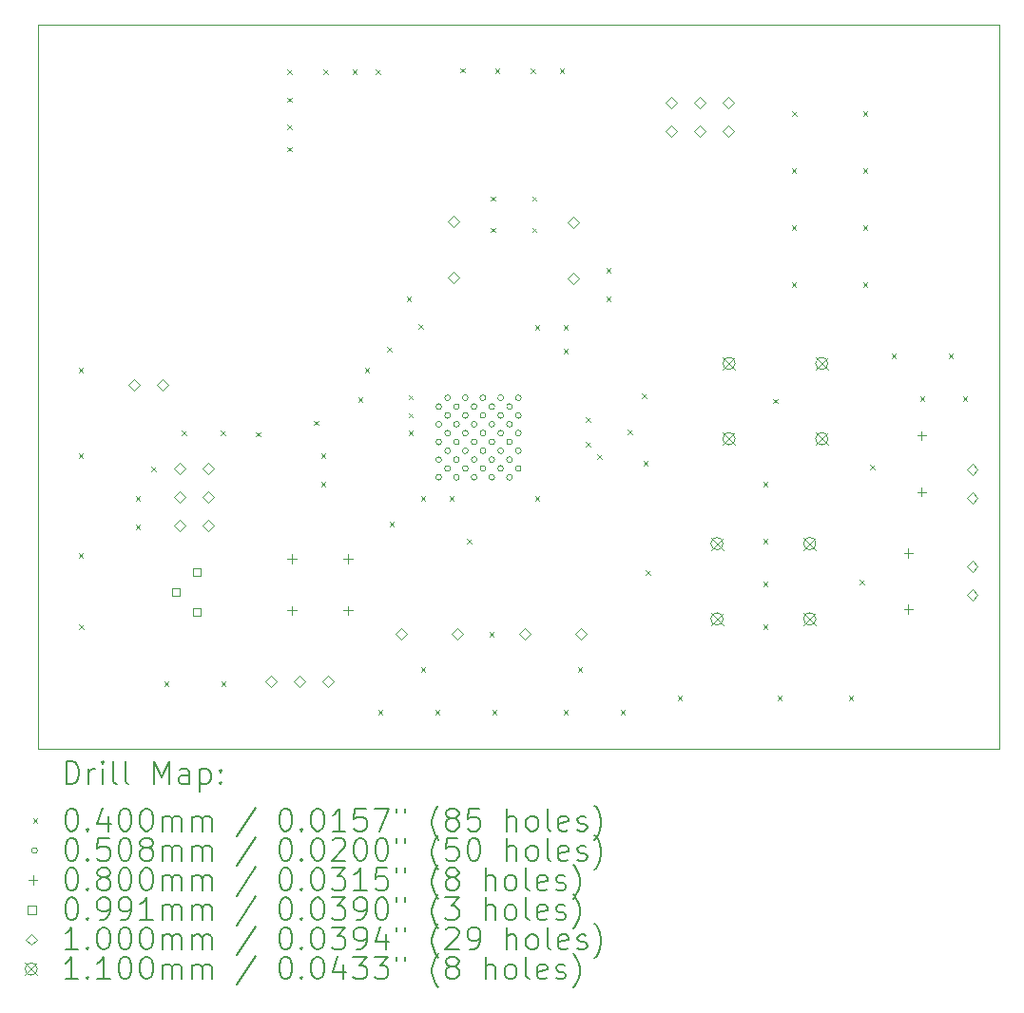
<source format=gbr>
%FSLAX45Y45*%
G04 Gerber Fmt 4.5, Leading zero omitted, Abs format (unit mm)*
G04 Created by KiCad (PCBNEW (6.0.1)) date 2022-04-24 16:27:48*
%MOMM*%
%LPD*%
G01*
G04 APERTURE LIST*
%TA.AperFunction,Profile*%
%ADD10C,0.100000*%
%TD*%
%ADD11C,0.200000*%
%ADD12C,0.040000*%
%ADD13C,0.050800*%
%ADD14C,0.080000*%
%ADD15C,0.099060*%
%ADD16C,0.100000*%
%ADD17C,0.110000*%
G04 APERTURE END LIST*
D10*
X9650000Y-6700000D02*
X18210000Y-6700000D01*
X18210000Y-6700000D02*
X18210000Y-13150000D01*
X18210000Y-13150000D02*
X9650000Y-13150000D01*
X9650000Y-13150000D02*
X9650000Y-6700000D01*
D11*
D12*
X10013000Y-9759000D02*
X10053000Y-9799000D01*
X10053000Y-9759000D02*
X10013000Y-9799000D01*
X10013000Y-10521000D02*
X10053000Y-10561000D01*
X10053000Y-10521000D02*
X10013000Y-10561000D01*
X10013000Y-11410000D02*
X10053000Y-11450000D01*
X10053000Y-11410000D02*
X10013000Y-11450000D01*
X10016000Y-12046000D02*
X10056000Y-12086000D01*
X10056000Y-12046000D02*
X10016000Y-12086000D01*
X10521000Y-10902000D02*
X10561000Y-10942000D01*
X10561000Y-10902000D02*
X10521000Y-10942000D01*
X10521000Y-11156000D02*
X10561000Y-11196000D01*
X10561000Y-11156000D02*
X10521000Y-11196000D01*
X10660000Y-10640000D02*
X10700000Y-10680000D01*
X10700000Y-10640000D02*
X10660000Y-10680000D01*
X10775000Y-12553000D02*
X10815000Y-12593000D01*
X10815000Y-12553000D02*
X10775000Y-12593000D01*
X10930000Y-10320000D02*
X10970000Y-10360000D01*
X10970000Y-10320000D02*
X10930000Y-10360000D01*
X11280000Y-10320000D02*
X11320000Y-10360000D01*
X11320000Y-10320000D02*
X11280000Y-10360000D01*
X11283000Y-12553000D02*
X11323000Y-12593000D01*
X11323000Y-12553000D02*
X11283000Y-12593000D01*
X11590000Y-10330000D02*
X11630000Y-10370000D01*
X11630000Y-10330000D02*
X11590000Y-10370000D01*
X11870000Y-7100000D02*
X11910000Y-7140000D01*
X11910000Y-7100000D02*
X11870000Y-7140000D01*
X11870000Y-7350000D02*
X11910000Y-7390000D01*
X11910000Y-7350000D02*
X11870000Y-7390000D01*
X11870000Y-7590000D02*
X11910000Y-7630000D01*
X11910000Y-7590000D02*
X11870000Y-7630000D01*
X11870000Y-7790000D02*
X11910000Y-7830000D01*
X11910000Y-7790000D02*
X11870000Y-7830000D01*
X12110000Y-10230000D02*
X12150000Y-10270000D01*
X12150000Y-10230000D02*
X12110000Y-10270000D01*
X12172000Y-10521000D02*
X12212000Y-10561000D01*
X12212000Y-10521000D02*
X12172000Y-10561000D01*
X12172000Y-10775000D02*
X12212000Y-10815000D01*
X12212000Y-10775000D02*
X12172000Y-10815000D01*
X12190000Y-7100000D02*
X12230000Y-7140000D01*
X12230000Y-7100000D02*
X12190000Y-7140000D01*
X12450000Y-7100000D02*
X12490000Y-7140000D01*
X12490000Y-7100000D02*
X12450000Y-7140000D01*
X12500000Y-10020000D02*
X12540000Y-10060000D01*
X12540000Y-10020000D02*
X12500000Y-10060000D01*
X12560000Y-9760000D02*
X12600000Y-9800000D01*
X12600000Y-9760000D02*
X12560000Y-9800000D01*
X12660000Y-7100000D02*
X12700000Y-7140000D01*
X12700000Y-7100000D02*
X12660000Y-7140000D01*
X12680000Y-12807000D02*
X12720000Y-12847000D01*
X12720000Y-12807000D02*
X12680000Y-12847000D01*
X12760000Y-9570000D02*
X12800000Y-9610000D01*
X12800000Y-9570000D02*
X12760000Y-9610000D01*
X12780000Y-11130000D02*
X12820000Y-11170000D01*
X12820000Y-11130000D02*
X12780000Y-11170000D01*
X12934000Y-9124000D02*
X12974000Y-9164000D01*
X12974000Y-9124000D02*
X12934000Y-9164000D01*
X12950000Y-10000000D02*
X12990000Y-10040000D01*
X12990000Y-10000000D02*
X12950000Y-10040000D01*
X12950000Y-10160000D02*
X12990000Y-10200000D01*
X12990000Y-10160000D02*
X12950000Y-10200000D01*
X12950000Y-10320000D02*
X12990000Y-10360000D01*
X12990000Y-10320000D02*
X12950000Y-10360000D01*
X13040000Y-9370000D02*
X13080000Y-9410000D01*
X13080000Y-9370000D02*
X13040000Y-9410000D01*
X13061000Y-10902000D02*
X13101000Y-10942000D01*
X13101000Y-10902000D02*
X13061000Y-10942000D01*
X13061000Y-12426000D02*
X13101000Y-12466000D01*
X13101000Y-12426000D02*
X13061000Y-12466000D01*
X13188000Y-12807000D02*
X13228000Y-12847000D01*
X13228000Y-12807000D02*
X13188000Y-12847000D01*
X13315000Y-10902000D02*
X13355000Y-10942000D01*
X13355000Y-10902000D02*
X13315000Y-10942000D01*
X13409000Y-7088000D02*
X13449000Y-7128000D01*
X13449000Y-7088000D02*
X13409000Y-7128000D01*
X13470000Y-11280000D02*
X13510000Y-11320000D01*
X13510000Y-11280000D02*
X13470000Y-11320000D01*
X13670000Y-12110000D02*
X13710000Y-12150000D01*
X13710000Y-12110000D02*
X13670000Y-12150000D01*
X13680000Y-8230000D02*
X13720000Y-8270000D01*
X13720000Y-8230000D02*
X13680000Y-8270000D01*
X13680000Y-8510000D02*
X13720000Y-8550000D01*
X13720000Y-8510000D02*
X13680000Y-8550000D01*
X13696000Y-12807000D02*
X13736000Y-12847000D01*
X13736000Y-12807000D02*
X13696000Y-12847000D01*
X13721000Y-7092000D02*
X13761000Y-7132000D01*
X13761000Y-7092000D02*
X13721000Y-7132000D01*
X14040000Y-7092000D02*
X14080000Y-7132000D01*
X14080000Y-7092000D02*
X14040000Y-7132000D01*
X14050000Y-8230000D02*
X14090000Y-8270000D01*
X14090000Y-8230000D02*
X14050000Y-8270000D01*
X14050000Y-8510000D02*
X14090000Y-8550000D01*
X14090000Y-8510000D02*
X14050000Y-8550000D01*
X14077000Y-9378000D02*
X14117000Y-9418000D01*
X14117000Y-9378000D02*
X14077000Y-9418000D01*
X14077000Y-10902000D02*
X14117000Y-10942000D01*
X14117000Y-10902000D02*
X14077000Y-10942000D01*
X14297000Y-7092000D02*
X14337000Y-7132000D01*
X14337000Y-7092000D02*
X14297000Y-7132000D01*
X14330000Y-9590000D02*
X14370000Y-9630000D01*
X14370000Y-9590000D02*
X14330000Y-9630000D01*
X14331000Y-9378000D02*
X14371000Y-9418000D01*
X14371000Y-9378000D02*
X14331000Y-9418000D01*
X14331000Y-12807000D02*
X14371000Y-12847000D01*
X14371000Y-12807000D02*
X14331000Y-12847000D01*
X14458000Y-12426000D02*
X14498000Y-12466000D01*
X14498000Y-12426000D02*
X14458000Y-12466000D01*
X14530000Y-10200000D02*
X14570000Y-10240000D01*
X14570000Y-10200000D02*
X14530000Y-10240000D01*
X14530000Y-10420000D02*
X14570000Y-10460000D01*
X14570000Y-10420000D02*
X14530000Y-10460000D01*
X14630000Y-10530000D02*
X14670000Y-10570000D01*
X14670000Y-10530000D02*
X14630000Y-10570000D01*
X14712000Y-8870000D02*
X14752000Y-8910000D01*
X14752000Y-8870000D02*
X14712000Y-8910000D01*
X14712000Y-9124000D02*
X14752000Y-9164000D01*
X14752000Y-9124000D02*
X14712000Y-9164000D01*
X14839000Y-12807000D02*
X14879000Y-12847000D01*
X14879000Y-12807000D02*
X14839000Y-12847000D01*
X14900000Y-10310000D02*
X14940000Y-10350000D01*
X14940000Y-10310000D02*
X14900000Y-10350000D01*
X15030000Y-9990000D02*
X15070000Y-10030000D01*
X15070000Y-9990000D02*
X15030000Y-10030000D01*
X15040000Y-10590000D02*
X15080000Y-10630000D01*
X15080000Y-10590000D02*
X15040000Y-10630000D01*
X15060000Y-11560000D02*
X15100000Y-11600000D01*
X15100000Y-11560000D02*
X15060000Y-11600000D01*
X15347000Y-12680000D02*
X15387000Y-12720000D01*
X15387000Y-12680000D02*
X15347000Y-12720000D01*
X16109000Y-10775000D02*
X16149000Y-10815000D01*
X16149000Y-10775000D02*
X16109000Y-10815000D01*
X16109000Y-11283000D02*
X16149000Y-11323000D01*
X16149000Y-11283000D02*
X16109000Y-11323000D01*
X16109000Y-11664000D02*
X16149000Y-11704000D01*
X16149000Y-11664000D02*
X16109000Y-11704000D01*
X16109000Y-12045000D02*
X16149000Y-12085000D01*
X16149000Y-12045000D02*
X16109000Y-12085000D01*
X16197000Y-10034500D02*
X16237000Y-10074500D01*
X16237000Y-10034500D02*
X16197000Y-10074500D01*
X16236000Y-12680000D02*
X16276000Y-12720000D01*
X16276000Y-12680000D02*
X16236000Y-12720000D01*
X16363000Y-7981000D02*
X16403000Y-8021000D01*
X16403000Y-7981000D02*
X16363000Y-8021000D01*
X16363000Y-8489000D02*
X16403000Y-8529000D01*
X16403000Y-8489000D02*
X16363000Y-8529000D01*
X16363000Y-8997000D02*
X16403000Y-9037000D01*
X16403000Y-8997000D02*
X16363000Y-9037000D01*
X16366000Y-7475000D02*
X16406000Y-7515000D01*
X16406000Y-7475000D02*
X16366000Y-7515000D01*
X16871000Y-12680000D02*
X16911000Y-12720000D01*
X16911000Y-12680000D02*
X16871000Y-12720000D01*
X16970000Y-11650000D02*
X17010000Y-11690000D01*
X17010000Y-11650000D02*
X16970000Y-11690000D01*
X16998000Y-7473000D02*
X17038000Y-7513000D01*
X17038000Y-7473000D02*
X16998000Y-7513000D01*
X16998000Y-7981000D02*
X17038000Y-8021000D01*
X17038000Y-7981000D02*
X16998000Y-8021000D01*
X16998000Y-8489000D02*
X17038000Y-8529000D01*
X17038000Y-8489000D02*
X16998000Y-8529000D01*
X16998000Y-8997000D02*
X17038000Y-9037000D01*
X17038000Y-8997000D02*
X16998000Y-9037000D01*
X17059500Y-10623000D02*
X17099500Y-10663000D01*
X17099500Y-10623000D02*
X17059500Y-10663000D01*
X17252000Y-9632000D02*
X17292000Y-9672000D01*
X17292000Y-9632000D02*
X17252000Y-9672000D01*
X17506000Y-10013000D02*
X17546000Y-10053000D01*
X17546000Y-10013000D02*
X17506000Y-10053000D01*
X17760000Y-9632000D02*
X17800000Y-9672000D01*
X17800000Y-9632000D02*
X17760000Y-9672000D01*
X17887000Y-10013000D02*
X17927000Y-10053000D01*
X17927000Y-10013000D02*
X17887000Y-10053000D01*
D13*
X13244770Y-10103620D02*
G75*
G03*
X13244770Y-10103620I-25400J0D01*
G01*
X13244770Y-10261100D02*
G75*
G03*
X13244770Y-10261100I-25400J0D01*
G01*
X13244770Y-10418580D02*
G75*
G03*
X13244770Y-10418580I-25400J0D01*
G01*
X13244770Y-10576060D02*
G75*
G03*
X13244770Y-10576060I-25400J0D01*
G01*
X13244770Y-10733540D02*
G75*
G03*
X13244770Y-10733540I-25400J0D01*
G01*
X13323510Y-10024880D02*
G75*
G03*
X13323510Y-10024880I-25400J0D01*
G01*
X13323510Y-10182360D02*
G75*
G03*
X13323510Y-10182360I-25400J0D01*
G01*
X13323510Y-10339840D02*
G75*
G03*
X13323510Y-10339840I-25400J0D01*
G01*
X13323510Y-10497320D02*
G75*
G03*
X13323510Y-10497320I-25400J0D01*
G01*
X13323510Y-10654800D02*
G75*
G03*
X13323510Y-10654800I-25400J0D01*
G01*
X13402250Y-10103620D02*
G75*
G03*
X13402250Y-10103620I-25400J0D01*
G01*
X13402250Y-10261100D02*
G75*
G03*
X13402250Y-10261100I-25400J0D01*
G01*
X13402250Y-10418580D02*
G75*
G03*
X13402250Y-10418580I-25400J0D01*
G01*
X13402250Y-10576060D02*
G75*
G03*
X13402250Y-10576060I-25400J0D01*
G01*
X13402250Y-10733540D02*
G75*
G03*
X13402250Y-10733540I-25400J0D01*
G01*
X13480990Y-10024880D02*
G75*
G03*
X13480990Y-10024880I-25400J0D01*
G01*
X13480990Y-10182360D02*
G75*
G03*
X13480990Y-10182360I-25400J0D01*
G01*
X13480990Y-10339840D02*
G75*
G03*
X13480990Y-10339840I-25400J0D01*
G01*
X13480990Y-10497320D02*
G75*
G03*
X13480990Y-10497320I-25400J0D01*
G01*
X13480990Y-10654800D02*
G75*
G03*
X13480990Y-10654800I-25400J0D01*
G01*
X13559730Y-10103620D02*
G75*
G03*
X13559730Y-10103620I-25400J0D01*
G01*
X13559730Y-10261100D02*
G75*
G03*
X13559730Y-10261100I-25400J0D01*
G01*
X13559730Y-10418580D02*
G75*
G03*
X13559730Y-10418580I-25400J0D01*
G01*
X13559730Y-10576060D02*
G75*
G03*
X13559730Y-10576060I-25400J0D01*
G01*
X13559730Y-10733540D02*
G75*
G03*
X13559730Y-10733540I-25400J0D01*
G01*
X13638470Y-10024880D02*
G75*
G03*
X13638470Y-10024880I-25400J0D01*
G01*
X13638470Y-10182360D02*
G75*
G03*
X13638470Y-10182360I-25400J0D01*
G01*
X13638470Y-10339840D02*
G75*
G03*
X13638470Y-10339840I-25400J0D01*
G01*
X13638470Y-10497320D02*
G75*
G03*
X13638470Y-10497320I-25400J0D01*
G01*
X13638470Y-10654800D02*
G75*
G03*
X13638470Y-10654800I-25400J0D01*
G01*
X13717210Y-10103620D02*
G75*
G03*
X13717210Y-10103620I-25400J0D01*
G01*
X13717210Y-10261100D02*
G75*
G03*
X13717210Y-10261100I-25400J0D01*
G01*
X13717210Y-10418580D02*
G75*
G03*
X13717210Y-10418580I-25400J0D01*
G01*
X13717210Y-10576060D02*
G75*
G03*
X13717210Y-10576060I-25400J0D01*
G01*
X13717210Y-10733540D02*
G75*
G03*
X13717210Y-10733540I-25400J0D01*
G01*
X13795950Y-10024880D02*
G75*
G03*
X13795950Y-10024880I-25400J0D01*
G01*
X13795950Y-10182360D02*
G75*
G03*
X13795950Y-10182360I-25400J0D01*
G01*
X13795950Y-10339840D02*
G75*
G03*
X13795950Y-10339840I-25400J0D01*
G01*
X13795950Y-10497320D02*
G75*
G03*
X13795950Y-10497320I-25400J0D01*
G01*
X13795950Y-10654800D02*
G75*
G03*
X13795950Y-10654800I-25400J0D01*
G01*
X13874690Y-10103620D02*
G75*
G03*
X13874690Y-10103620I-25400J0D01*
G01*
X13874690Y-10261100D02*
G75*
G03*
X13874690Y-10261100I-25400J0D01*
G01*
X13874690Y-10418580D02*
G75*
G03*
X13874690Y-10418580I-25400J0D01*
G01*
X13874690Y-10576060D02*
G75*
G03*
X13874690Y-10576060I-25400J0D01*
G01*
X13874690Y-10733540D02*
G75*
G03*
X13874690Y-10733540I-25400J0D01*
G01*
X13953430Y-10024880D02*
G75*
G03*
X13953430Y-10024880I-25400J0D01*
G01*
X13953430Y-10182360D02*
G75*
G03*
X13953430Y-10182360I-25400J0D01*
G01*
X13953430Y-10339840D02*
G75*
G03*
X13953430Y-10339840I-25400J0D01*
G01*
X13953430Y-10497320D02*
G75*
G03*
X13953430Y-10497320I-25400J0D01*
G01*
X13953430Y-10654800D02*
G75*
G03*
X13953430Y-10654800I-25400J0D01*
G01*
D14*
X11910000Y-11420000D02*
X11910000Y-11500000D01*
X11870000Y-11460000D02*
X11950000Y-11460000D01*
X11910000Y-11880000D02*
X11910000Y-11960000D01*
X11870000Y-11920000D02*
X11950000Y-11920000D01*
X12410000Y-11420000D02*
X12410000Y-11500000D01*
X12370000Y-11460000D02*
X12450000Y-11460000D01*
X12410000Y-11880000D02*
X12410000Y-11960000D01*
X12370000Y-11920000D02*
X12450000Y-11920000D01*
X17400000Y-11370000D02*
X17400000Y-11450000D01*
X17360000Y-11410000D02*
X17440000Y-11410000D01*
X17400000Y-11870000D02*
X17400000Y-11950000D01*
X17360000Y-11910000D02*
X17440000Y-11910000D01*
X17519500Y-10323000D02*
X17519500Y-10403000D01*
X17479500Y-10363000D02*
X17559500Y-10363000D01*
X17519500Y-10823000D02*
X17519500Y-10903000D01*
X17479500Y-10863000D02*
X17559500Y-10863000D01*
D15*
X10911473Y-11791573D02*
X10911473Y-11721527D01*
X10841427Y-11721527D01*
X10841427Y-11791573D01*
X10911473Y-11791573D01*
X11101473Y-11611573D02*
X11101473Y-11541527D01*
X11031427Y-11541527D01*
X11031427Y-11611573D01*
X11101473Y-11611573D01*
X11101473Y-11971573D02*
X11101473Y-11901527D01*
X11031427Y-11901527D01*
X11031427Y-11971573D01*
X11101473Y-11971573D01*
D16*
X10503500Y-9962500D02*
X10553500Y-9912500D01*
X10503500Y-9862500D01*
X10453500Y-9912500D01*
X10503500Y-9962500D01*
X10757500Y-9962500D02*
X10807500Y-9912500D01*
X10757500Y-9862500D01*
X10707500Y-9912500D01*
X10757500Y-9962500D01*
X10912500Y-10707500D02*
X10962500Y-10657500D01*
X10912500Y-10607500D01*
X10862500Y-10657500D01*
X10912500Y-10707500D01*
X10912500Y-10961500D02*
X10962500Y-10911500D01*
X10912500Y-10861500D01*
X10862500Y-10911500D01*
X10912500Y-10961500D01*
X10912500Y-11215500D02*
X10962500Y-11165500D01*
X10912500Y-11115500D01*
X10862500Y-11165500D01*
X10912500Y-11215500D01*
X11166500Y-10707500D02*
X11216500Y-10657500D01*
X11166500Y-10607500D01*
X11116500Y-10657500D01*
X11166500Y-10707500D01*
X11166500Y-10961500D02*
X11216500Y-10911500D01*
X11166500Y-10861500D01*
X11116500Y-10911500D01*
X11166500Y-10961500D01*
X11166500Y-11215500D02*
X11216500Y-11165500D01*
X11166500Y-11115500D01*
X11116500Y-11165500D01*
X11166500Y-11215500D01*
X11724500Y-12602500D02*
X11774500Y-12552500D01*
X11724500Y-12502500D01*
X11674500Y-12552500D01*
X11724500Y-12602500D01*
X11978500Y-12602500D02*
X12028500Y-12552500D01*
X11978500Y-12502500D01*
X11928500Y-12552500D01*
X11978500Y-12602500D01*
X12232500Y-12602500D02*
X12282500Y-12552500D01*
X12232500Y-12502500D01*
X12182500Y-12552500D01*
X12232500Y-12602500D01*
X12886768Y-12180000D02*
X12936768Y-12130000D01*
X12886768Y-12080000D01*
X12836768Y-12130000D01*
X12886768Y-12180000D01*
X13350000Y-8503232D02*
X13400000Y-8453232D01*
X13350000Y-8403232D01*
X13300000Y-8453232D01*
X13350000Y-8503232D01*
X13350000Y-9003232D02*
X13400000Y-8953232D01*
X13350000Y-8903232D01*
X13300000Y-8953232D01*
X13350000Y-9003232D01*
X13386768Y-12180000D02*
X13436768Y-12130000D01*
X13386768Y-12080000D01*
X13336768Y-12130000D01*
X13386768Y-12180000D01*
X13983232Y-12180000D02*
X14033232Y-12130000D01*
X13983232Y-12080000D01*
X13933232Y-12130000D01*
X13983232Y-12180000D01*
X14420000Y-8513232D02*
X14470000Y-8463232D01*
X14420000Y-8413232D01*
X14370000Y-8463232D01*
X14420000Y-8513232D01*
X14420000Y-9013232D02*
X14470000Y-8963232D01*
X14420000Y-8913232D01*
X14370000Y-8963232D01*
X14420000Y-9013232D01*
X14483232Y-12180000D02*
X14533232Y-12130000D01*
X14483232Y-12080000D01*
X14433232Y-12130000D01*
X14483232Y-12180000D01*
X15287500Y-7443500D02*
X15337500Y-7393500D01*
X15287500Y-7343500D01*
X15237500Y-7393500D01*
X15287500Y-7443500D01*
X15287500Y-7697500D02*
X15337500Y-7647500D01*
X15287500Y-7597500D01*
X15237500Y-7647500D01*
X15287500Y-7697500D01*
X15541500Y-7443500D02*
X15591500Y-7393500D01*
X15541500Y-7343500D01*
X15491500Y-7393500D01*
X15541500Y-7443500D01*
X15541500Y-7697500D02*
X15591500Y-7647500D01*
X15541500Y-7597500D01*
X15491500Y-7647500D01*
X15541500Y-7697500D01*
X15795500Y-7443500D02*
X15845500Y-7393500D01*
X15795500Y-7343500D01*
X15745500Y-7393500D01*
X15795500Y-7443500D01*
X15795500Y-7697500D02*
X15845500Y-7647500D01*
X15795500Y-7597500D01*
X15745500Y-7647500D01*
X15795500Y-7697500D01*
X17970000Y-10716000D02*
X18020000Y-10666000D01*
X17970000Y-10616000D01*
X17920000Y-10666000D01*
X17970000Y-10716000D01*
X17970000Y-10970000D02*
X18020000Y-10920000D01*
X17970000Y-10870000D01*
X17920000Y-10920000D01*
X17970000Y-10970000D01*
X17970000Y-11577000D02*
X18020000Y-11527000D01*
X17970000Y-11477000D01*
X17920000Y-11527000D01*
X17970000Y-11577000D01*
X17970000Y-11831000D02*
X18020000Y-11781000D01*
X17970000Y-11731000D01*
X17920000Y-11781000D01*
X17970000Y-11831000D01*
D17*
X15642000Y-11269500D02*
X15752000Y-11379500D01*
X15752000Y-11269500D02*
X15642000Y-11379500D01*
X15752000Y-11324500D02*
G75*
G03*
X15752000Y-11324500I-55000J0D01*
G01*
X15642000Y-11940500D02*
X15752000Y-12050500D01*
X15752000Y-11940500D02*
X15642000Y-12050500D01*
X15752000Y-11995500D02*
G75*
G03*
X15752000Y-11995500I-55000J0D01*
G01*
X15749000Y-9664000D02*
X15859000Y-9774000D01*
X15859000Y-9664000D02*
X15749000Y-9774000D01*
X15859000Y-9719000D02*
G75*
G03*
X15859000Y-9719000I-55000J0D01*
G01*
X15749000Y-10335000D02*
X15859000Y-10445000D01*
X15859000Y-10335000D02*
X15749000Y-10445000D01*
X15859000Y-10390000D02*
G75*
G03*
X15859000Y-10390000I-55000J0D01*
G01*
X16468000Y-11269500D02*
X16578000Y-11379500D01*
X16578000Y-11269500D02*
X16468000Y-11379500D01*
X16578000Y-11324500D02*
G75*
G03*
X16578000Y-11324500I-55000J0D01*
G01*
X16468000Y-11940500D02*
X16578000Y-12050500D01*
X16578000Y-11940500D02*
X16468000Y-12050500D01*
X16578000Y-11995500D02*
G75*
G03*
X16578000Y-11995500I-55000J0D01*
G01*
X16575000Y-9664000D02*
X16685000Y-9774000D01*
X16685000Y-9664000D02*
X16575000Y-9774000D01*
X16685000Y-9719000D02*
G75*
G03*
X16685000Y-9719000I-55000J0D01*
G01*
X16575000Y-10335000D02*
X16685000Y-10445000D01*
X16685000Y-10335000D02*
X16575000Y-10445000D01*
X16685000Y-10390000D02*
G75*
G03*
X16685000Y-10390000I-55000J0D01*
G01*
D11*
X9902619Y-13465476D02*
X9902619Y-13265476D01*
X9950238Y-13265476D01*
X9978810Y-13275000D01*
X9997857Y-13294048D01*
X10007381Y-13313095D01*
X10016905Y-13351190D01*
X10016905Y-13379762D01*
X10007381Y-13417857D01*
X9997857Y-13436905D01*
X9978810Y-13455952D01*
X9950238Y-13465476D01*
X9902619Y-13465476D01*
X10102619Y-13465476D02*
X10102619Y-13332143D01*
X10102619Y-13370238D02*
X10112143Y-13351190D01*
X10121667Y-13341667D01*
X10140714Y-13332143D01*
X10159762Y-13332143D01*
X10226429Y-13465476D02*
X10226429Y-13332143D01*
X10226429Y-13265476D02*
X10216905Y-13275000D01*
X10226429Y-13284524D01*
X10235952Y-13275000D01*
X10226429Y-13265476D01*
X10226429Y-13284524D01*
X10350238Y-13465476D02*
X10331190Y-13455952D01*
X10321667Y-13436905D01*
X10321667Y-13265476D01*
X10455000Y-13465476D02*
X10435952Y-13455952D01*
X10426429Y-13436905D01*
X10426429Y-13265476D01*
X10683571Y-13465476D02*
X10683571Y-13265476D01*
X10750238Y-13408333D01*
X10816905Y-13265476D01*
X10816905Y-13465476D01*
X10997857Y-13465476D02*
X10997857Y-13360714D01*
X10988333Y-13341667D01*
X10969286Y-13332143D01*
X10931190Y-13332143D01*
X10912143Y-13341667D01*
X10997857Y-13455952D02*
X10978810Y-13465476D01*
X10931190Y-13465476D01*
X10912143Y-13455952D01*
X10902619Y-13436905D01*
X10902619Y-13417857D01*
X10912143Y-13398809D01*
X10931190Y-13389286D01*
X10978810Y-13389286D01*
X10997857Y-13379762D01*
X11093095Y-13332143D02*
X11093095Y-13532143D01*
X11093095Y-13341667D02*
X11112143Y-13332143D01*
X11150238Y-13332143D01*
X11169286Y-13341667D01*
X11178810Y-13351190D01*
X11188333Y-13370238D01*
X11188333Y-13427381D01*
X11178810Y-13446428D01*
X11169286Y-13455952D01*
X11150238Y-13465476D01*
X11112143Y-13465476D01*
X11093095Y-13455952D01*
X11274048Y-13446428D02*
X11283571Y-13455952D01*
X11274048Y-13465476D01*
X11264524Y-13455952D01*
X11274048Y-13446428D01*
X11274048Y-13465476D01*
X11274048Y-13341667D02*
X11283571Y-13351190D01*
X11274048Y-13360714D01*
X11264524Y-13351190D01*
X11274048Y-13341667D01*
X11274048Y-13360714D01*
D12*
X9605000Y-13775000D02*
X9645000Y-13815000D01*
X9645000Y-13775000D02*
X9605000Y-13815000D01*
D11*
X9940714Y-13685476D02*
X9959762Y-13685476D01*
X9978810Y-13695000D01*
X9988333Y-13704524D01*
X9997857Y-13723571D01*
X10007381Y-13761667D01*
X10007381Y-13809286D01*
X9997857Y-13847381D01*
X9988333Y-13866428D01*
X9978810Y-13875952D01*
X9959762Y-13885476D01*
X9940714Y-13885476D01*
X9921667Y-13875952D01*
X9912143Y-13866428D01*
X9902619Y-13847381D01*
X9893095Y-13809286D01*
X9893095Y-13761667D01*
X9902619Y-13723571D01*
X9912143Y-13704524D01*
X9921667Y-13695000D01*
X9940714Y-13685476D01*
X10093095Y-13866428D02*
X10102619Y-13875952D01*
X10093095Y-13885476D01*
X10083571Y-13875952D01*
X10093095Y-13866428D01*
X10093095Y-13885476D01*
X10274048Y-13752143D02*
X10274048Y-13885476D01*
X10226429Y-13675952D02*
X10178810Y-13818809D01*
X10302619Y-13818809D01*
X10416905Y-13685476D02*
X10435952Y-13685476D01*
X10455000Y-13695000D01*
X10464524Y-13704524D01*
X10474048Y-13723571D01*
X10483571Y-13761667D01*
X10483571Y-13809286D01*
X10474048Y-13847381D01*
X10464524Y-13866428D01*
X10455000Y-13875952D01*
X10435952Y-13885476D01*
X10416905Y-13885476D01*
X10397857Y-13875952D01*
X10388333Y-13866428D01*
X10378810Y-13847381D01*
X10369286Y-13809286D01*
X10369286Y-13761667D01*
X10378810Y-13723571D01*
X10388333Y-13704524D01*
X10397857Y-13695000D01*
X10416905Y-13685476D01*
X10607381Y-13685476D02*
X10626429Y-13685476D01*
X10645476Y-13695000D01*
X10655000Y-13704524D01*
X10664524Y-13723571D01*
X10674048Y-13761667D01*
X10674048Y-13809286D01*
X10664524Y-13847381D01*
X10655000Y-13866428D01*
X10645476Y-13875952D01*
X10626429Y-13885476D01*
X10607381Y-13885476D01*
X10588333Y-13875952D01*
X10578810Y-13866428D01*
X10569286Y-13847381D01*
X10559762Y-13809286D01*
X10559762Y-13761667D01*
X10569286Y-13723571D01*
X10578810Y-13704524D01*
X10588333Y-13695000D01*
X10607381Y-13685476D01*
X10759762Y-13885476D02*
X10759762Y-13752143D01*
X10759762Y-13771190D02*
X10769286Y-13761667D01*
X10788333Y-13752143D01*
X10816905Y-13752143D01*
X10835952Y-13761667D01*
X10845476Y-13780714D01*
X10845476Y-13885476D01*
X10845476Y-13780714D02*
X10855000Y-13761667D01*
X10874048Y-13752143D01*
X10902619Y-13752143D01*
X10921667Y-13761667D01*
X10931190Y-13780714D01*
X10931190Y-13885476D01*
X11026429Y-13885476D02*
X11026429Y-13752143D01*
X11026429Y-13771190D02*
X11035952Y-13761667D01*
X11055000Y-13752143D01*
X11083571Y-13752143D01*
X11102619Y-13761667D01*
X11112143Y-13780714D01*
X11112143Y-13885476D01*
X11112143Y-13780714D02*
X11121667Y-13761667D01*
X11140714Y-13752143D01*
X11169286Y-13752143D01*
X11188333Y-13761667D01*
X11197857Y-13780714D01*
X11197857Y-13885476D01*
X11588333Y-13675952D02*
X11416905Y-13933095D01*
X11845476Y-13685476D02*
X11864524Y-13685476D01*
X11883571Y-13695000D01*
X11893095Y-13704524D01*
X11902619Y-13723571D01*
X11912143Y-13761667D01*
X11912143Y-13809286D01*
X11902619Y-13847381D01*
X11893095Y-13866428D01*
X11883571Y-13875952D01*
X11864524Y-13885476D01*
X11845476Y-13885476D01*
X11826428Y-13875952D01*
X11816905Y-13866428D01*
X11807381Y-13847381D01*
X11797857Y-13809286D01*
X11797857Y-13761667D01*
X11807381Y-13723571D01*
X11816905Y-13704524D01*
X11826428Y-13695000D01*
X11845476Y-13685476D01*
X11997857Y-13866428D02*
X12007381Y-13875952D01*
X11997857Y-13885476D01*
X11988333Y-13875952D01*
X11997857Y-13866428D01*
X11997857Y-13885476D01*
X12131190Y-13685476D02*
X12150238Y-13685476D01*
X12169286Y-13695000D01*
X12178809Y-13704524D01*
X12188333Y-13723571D01*
X12197857Y-13761667D01*
X12197857Y-13809286D01*
X12188333Y-13847381D01*
X12178809Y-13866428D01*
X12169286Y-13875952D01*
X12150238Y-13885476D01*
X12131190Y-13885476D01*
X12112143Y-13875952D01*
X12102619Y-13866428D01*
X12093095Y-13847381D01*
X12083571Y-13809286D01*
X12083571Y-13761667D01*
X12093095Y-13723571D01*
X12102619Y-13704524D01*
X12112143Y-13695000D01*
X12131190Y-13685476D01*
X12388333Y-13885476D02*
X12274048Y-13885476D01*
X12331190Y-13885476D02*
X12331190Y-13685476D01*
X12312143Y-13714048D01*
X12293095Y-13733095D01*
X12274048Y-13742619D01*
X12569286Y-13685476D02*
X12474048Y-13685476D01*
X12464524Y-13780714D01*
X12474048Y-13771190D01*
X12493095Y-13761667D01*
X12540714Y-13761667D01*
X12559762Y-13771190D01*
X12569286Y-13780714D01*
X12578809Y-13799762D01*
X12578809Y-13847381D01*
X12569286Y-13866428D01*
X12559762Y-13875952D01*
X12540714Y-13885476D01*
X12493095Y-13885476D01*
X12474048Y-13875952D01*
X12464524Y-13866428D01*
X12645476Y-13685476D02*
X12778809Y-13685476D01*
X12693095Y-13885476D01*
X12845476Y-13685476D02*
X12845476Y-13723571D01*
X12921667Y-13685476D02*
X12921667Y-13723571D01*
X13216905Y-13961667D02*
X13207381Y-13952143D01*
X13188333Y-13923571D01*
X13178809Y-13904524D01*
X13169286Y-13875952D01*
X13159762Y-13828333D01*
X13159762Y-13790238D01*
X13169286Y-13742619D01*
X13178809Y-13714048D01*
X13188333Y-13695000D01*
X13207381Y-13666428D01*
X13216905Y-13656905D01*
X13321667Y-13771190D02*
X13302619Y-13761667D01*
X13293095Y-13752143D01*
X13283571Y-13733095D01*
X13283571Y-13723571D01*
X13293095Y-13704524D01*
X13302619Y-13695000D01*
X13321667Y-13685476D01*
X13359762Y-13685476D01*
X13378809Y-13695000D01*
X13388333Y-13704524D01*
X13397857Y-13723571D01*
X13397857Y-13733095D01*
X13388333Y-13752143D01*
X13378809Y-13761667D01*
X13359762Y-13771190D01*
X13321667Y-13771190D01*
X13302619Y-13780714D01*
X13293095Y-13790238D01*
X13283571Y-13809286D01*
X13283571Y-13847381D01*
X13293095Y-13866428D01*
X13302619Y-13875952D01*
X13321667Y-13885476D01*
X13359762Y-13885476D01*
X13378809Y-13875952D01*
X13388333Y-13866428D01*
X13397857Y-13847381D01*
X13397857Y-13809286D01*
X13388333Y-13790238D01*
X13378809Y-13780714D01*
X13359762Y-13771190D01*
X13578809Y-13685476D02*
X13483571Y-13685476D01*
X13474048Y-13780714D01*
X13483571Y-13771190D01*
X13502619Y-13761667D01*
X13550238Y-13761667D01*
X13569286Y-13771190D01*
X13578809Y-13780714D01*
X13588333Y-13799762D01*
X13588333Y-13847381D01*
X13578809Y-13866428D01*
X13569286Y-13875952D01*
X13550238Y-13885476D01*
X13502619Y-13885476D01*
X13483571Y-13875952D01*
X13474048Y-13866428D01*
X13826428Y-13885476D02*
X13826428Y-13685476D01*
X13912143Y-13885476D02*
X13912143Y-13780714D01*
X13902619Y-13761667D01*
X13883571Y-13752143D01*
X13855000Y-13752143D01*
X13835952Y-13761667D01*
X13826428Y-13771190D01*
X14035952Y-13885476D02*
X14016905Y-13875952D01*
X14007381Y-13866428D01*
X13997857Y-13847381D01*
X13997857Y-13790238D01*
X14007381Y-13771190D01*
X14016905Y-13761667D01*
X14035952Y-13752143D01*
X14064524Y-13752143D01*
X14083571Y-13761667D01*
X14093095Y-13771190D01*
X14102619Y-13790238D01*
X14102619Y-13847381D01*
X14093095Y-13866428D01*
X14083571Y-13875952D01*
X14064524Y-13885476D01*
X14035952Y-13885476D01*
X14216905Y-13885476D02*
X14197857Y-13875952D01*
X14188333Y-13856905D01*
X14188333Y-13685476D01*
X14369286Y-13875952D02*
X14350238Y-13885476D01*
X14312143Y-13885476D01*
X14293095Y-13875952D01*
X14283571Y-13856905D01*
X14283571Y-13780714D01*
X14293095Y-13761667D01*
X14312143Y-13752143D01*
X14350238Y-13752143D01*
X14369286Y-13761667D01*
X14378809Y-13780714D01*
X14378809Y-13799762D01*
X14283571Y-13818809D01*
X14455000Y-13875952D02*
X14474048Y-13885476D01*
X14512143Y-13885476D01*
X14531190Y-13875952D01*
X14540714Y-13856905D01*
X14540714Y-13847381D01*
X14531190Y-13828333D01*
X14512143Y-13818809D01*
X14483571Y-13818809D01*
X14464524Y-13809286D01*
X14455000Y-13790238D01*
X14455000Y-13780714D01*
X14464524Y-13761667D01*
X14483571Y-13752143D01*
X14512143Y-13752143D01*
X14531190Y-13761667D01*
X14607381Y-13961667D02*
X14616905Y-13952143D01*
X14635952Y-13923571D01*
X14645476Y-13904524D01*
X14655000Y-13875952D01*
X14664524Y-13828333D01*
X14664524Y-13790238D01*
X14655000Y-13742619D01*
X14645476Y-13714048D01*
X14635952Y-13695000D01*
X14616905Y-13666428D01*
X14607381Y-13656905D01*
D13*
X9645000Y-14059000D02*
G75*
G03*
X9645000Y-14059000I-25400J0D01*
G01*
D11*
X9940714Y-13949476D02*
X9959762Y-13949476D01*
X9978810Y-13959000D01*
X9988333Y-13968524D01*
X9997857Y-13987571D01*
X10007381Y-14025667D01*
X10007381Y-14073286D01*
X9997857Y-14111381D01*
X9988333Y-14130428D01*
X9978810Y-14139952D01*
X9959762Y-14149476D01*
X9940714Y-14149476D01*
X9921667Y-14139952D01*
X9912143Y-14130428D01*
X9902619Y-14111381D01*
X9893095Y-14073286D01*
X9893095Y-14025667D01*
X9902619Y-13987571D01*
X9912143Y-13968524D01*
X9921667Y-13959000D01*
X9940714Y-13949476D01*
X10093095Y-14130428D02*
X10102619Y-14139952D01*
X10093095Y-14149476D01*
X10083571Y-14139952D01*
X10093095Y-14130428D01*
X10093095Y-14149476D01*
X10283571Y-13949476D02*
X10188333Y-13949476D01*
X10178810Y-14044714D01*
X10188333Y-14035190D01*
X10207381Y-14025667D01*
X10255000Y-14025667D01*
X10274048Y-14035190D01*
X10283571Y-14044714D01*
X10293095Y-14063762D01*
X10293095Y-14111381D01*
X10283571Y-14130428D01*
X10274048Y-14139952D01*
X10255000Y-14149476D01*
X10207381Y-14149476D01*
X10188333Y-14139952D01*
X10178810Y-14130428D01*
X10416905Y-13949476D02*
X10435952Y-13949476D01*
X10455000Y-13959000D01*
X10464524Y-13968524D01*
X10474048Y-13987571D01*
X10483571Y-14025667D01*
X10483571Y-14073286D01*
X10474048Y-14111381D01*
X10464524Y-14130428D01*
X10455000Y-14139952D01*
X10435952Y-14149476D01*
X10416905Y-14149476D01*
X10397857Y-14139952D01*
X10388333Y-14130428D01*
X10378810Y-14111381D01*
X10369286Y-14073286D01*
X10369286Y-14025667D01*
X10378810Y-13987571D01*
X10388333Y-13968524D01*
X10397857Y-13959000D01*
X10416905Y-13949476D01*
X10597857Y-14035190D02*
X10578810Y-14025667D01*
X10569286Y-14016143D01*
X10559762Y-13997095D01*
X10559762Y-13987571D01*
X10569286Y-13968524D01*
X10578810Y-13959000D01*
X10597857Y-13949476D01*
X10635952Y-13949476D01*
X10655000Y-13959000D01*
X10664524Y-13968524D01*
X10674048Y-13987571D01*
X10674048Y-13997095D01*
X10664524Y-14016143D01*
X10655000Y-14025667D01*
X10635952Y-14035190D01*
X10597857Y-14035190D01*
X10578810Y-14044714D01*
X10569286Y-14054238D01*
X10559762Y-14073286D01*
X10559762Y-14111381D01*
X10569286Y-14130428D01*
X10578810Y-14139952D01*
X10597857Y-14149476D01*
X10635952Y-14149476D01*
X10655000Y-14139952D01*
X10664524Y-14130428D01*
X10674048Y-14111381D01*
X10674048Y-14073286D01*
X10664524Y-14054238D01*
X10655000Y-14044714D01*
X10635952Y-14035190D01*
X10759762Y-14149476D02*
X10759762Y-14016143D01*
X10759762Y-14035190D02*
X10769286Y-14025667D01*
X10788333Y-14016143D01*
X10816905Y-14016143D01*
X10835952Y-14025667D01*
X10845476Y-14044714D01*
X10845476Y-14149476D01*
X10845476Y-14044714D02*
X10855000Y-14025667D01*
X10874048Y-14016143D01*
X10902619Y-14016143D01*
X10921667Y-14025667D01*
X10931190Y-14044714D01*
X10931190Y-14149476D01*
X11026429Y-14149476D02*
X11026429Y-14016143D01*
X11026429Y-14035190D02*
X11035952Y-14025667D01*
X11055000Y-14016143D01*
X11083571Y-14016143D01*
X11102619Y-14025667D01*
X11112143Y-14044714D01*
X11112143Y-14149476D01*
X11112143Y-14044714D02*
X11121667Y-14025667D01*
X11140714Y-14016143D01*
X11169286Y-14016143D01*
X11188333Y-14025667D01*
X11197857Y-14044714D01*
X11197857Y-14149476D01*
X11588333Y-13939952D02*
X11416905Y-14197095D01*
X11845476Y-13949476D02*
X11864524Y-13949476D01*
X11883571Y-13959000D01*
X11893095Y-13968524D01*
X11902619Y-13987571D01*
X11912143Y-14025667D01*
X11912143Y-14073286D01*
X11902619Y-14111381D01*
X11893095Y-14130428D01*
X11883571Y-14139952D01*
X11864524Y-14149476D01*
X11845476Y-14149476D01*
X11826428Y-14139952D01*
X11816905Y-14130428D01*
X11807381Y-14111381D01*
X11797857Y-14073286D01*
X11797857Y-14025667D01*
X11807381Y-13987571D01*
X11816905Y-13968524D01*
X11826428Y-13959000D01*
X11845476Y-13949476D01*
X11997857Y-14130428D02*
X12007381Y-14139952D01*
X11997857Y-14149476D01*
X11988333Y-14139952D01*
X11997857Y-14130428D01*
X11997857Y-14149476D01*
X12131190Y-13949476D02*
X12150238Y-13949476D01*
X12169286Y-13959000D01*
X12178809Y-13968524D01*
X12188333Y-13987571D01*
X12197857Y-14025667D01*
X12197857Y-14073286D01*
X12188333Y-14111381D01*
X12178809Y-14130428D01*
X12169286Y-14139952D01*
X12150238Y-14149476D01*
X12131190Y-14149476D01*
X12112143Y-14139952D01*
X12102619Y-14130428D01*
X12093095Y-14111381D01*
X12083571Y-14073286D01*
X12083571Y-14025667D01*
X12093095Y-13987571D01*
X12102619Y-13968524D01*
X12112143Y-13959000D01*
X12131190Y-13949476D01*
X12274048Y-13968524D02*
X12283571Y-13959000D01*
X12302619Y-13949476D01*
X12350238Y-13949476D01*
X12369286Y-13959000D01*
X12378809Y-13968524D01*
X12388333Y-13987571D01*
X12388333Y-14006619D01*
X12378809Y-14035190D01*
X12264524Y-14149476D01*
X12388333Y-14149476D01*
X12512143Y-13949476D02*
X12531190Y-13949476D01*
X12550238Y-13959000D01*
X12559762Y-13968524D01*
X12569286Y-13987571D01*
X12578809Y-14025667D01*
X12578809Y-14073286D01*
X12569286Y-14111381D01*
X12559762Y-14130428D01*
X12550238Y-14139952D01*
X12531190Y-14149476D01*
X12512143Y-14149476D01*
X12493095Y-14139952D01*
X12483571Y-14130428D01*
X12474048Y-14111381D01*
X12464524Y-14073286D01*
X12464524Y-14025667D01*
X12474048Y-13987571D01*
X12483571Y-13968524D01*
X12493095Y-13959000D01*
X12512143Y-13949476D01*
X12702619Y-13949476D02*
X12721667Y-13949476D01*
X12740714Y-13959000D01*
X12750238Y-13968524D01*
X12759762Y-13987571D01*
X12769286Y-14025667D01*
X12769286Y-14073286D01*
X12759762Y-14111381D01*
X12750238Y-14130428D01*
X12740714Y-14139952D01*
X12721667Y-14149476D01*
X12702619Y-14149476D01*
X12683571Y-14139952D01*
X12674048Y-14130428D01*
X12664524Y-14111381D01*
X12655000Y-14073286D01*
X12655000Y-14025667D01*
X12664524Y-13987571D01*
X12674048Y-13968524D01*
X12683571Y-13959000D01*
X12702619Y-13949476D01*
X12845476Y-13949476D02*
X12845476Y-13987571D01*
X12921667Y-13949476D02*
X12921667Y-13987571D01*
X13216905Y-14225667D02*
X13207381Y-14216143D01*
X13188333Y-14187571D01*
X13178809Y-14168524D01*
X13169286Y-14139952D01*
X13159762Y-14092333D01*
X13159762Y-14054238D01*
X13169286Y-14006619D01*
X13178809Y-13978048D01*
X13188333Y-13959000D01*
X13207381Y-13930428D01*
X13216905Y-13920905D01*
X13388333Y-13949476D02*
X13293095Y-13949476D01*
X13283571Y-14044714D01*
X13293095Y-14035190D01*
X13312143Y-14025667D01*
X13359762Y-14025667D01*
X13378809Y-14035190D01*
X13388333Y-14044714D01*
X13397857Y-14063762D01*
X13397857Y-14111381D01*
X13388333Y-14130428D01*
X13378809Y-14139952D01*
X13359762Y-14149476D01*
X13312143Y-14149476D01*
X13293095Y-14139952D01*
X13283571Y-14130428D01*
X13521667Y-13949476D02*
X13540714Y-13949476D01*
X13559762Y-13959000D01*
X13569286Y-13968524D01*
X13578809Y-13987571D01*
X13588333Y-14025667D01*
X13588333Y-14073286D01*
X13578809Y-14111381D01*
X13569286Y-14130428D01*
X13559762Y-14139952D01*
X13540714Y-14149476D01*
X13521667Y-14149476D01*
X13502619Y-14139952D01*
X13493095Y-14130428D01*
X13483571Y-14111381D01*
X13474048Y-14073286D01*
X13474048Y-14025667D01*
X13483571Y-13987571D01*
X13493095Y-13968524D01*
X13502619Y-13959000D01*
X13521667Y-13949476D01*
X13826428Y-14149476D02*
X13826428Y-13949476D01*
X13912143Y-14149476D02*
X13912143Y-14044714D01*
X13902619Y-14025667D01*
X13883571Y-14016143D01*
X13855000Y-14016143D01*
X13835952Y-14025667D01*
X13826428Y-14035190D01*
X14035952Y-14149476D02*
X14016905Y-14139952D01*
X14007381Y-14130428D01*
X13997857Y-14111381D01*
X13997857Y-14054238D01*
X14007381Y-14035190D01*
X14016905Y-14025667D01*
X14035952Y-14016143D01*
X14064524Y-14016143D01*
X14083571Y-14025667D01*
X14093095Y-14035190D01*
X14102619Y-14054238D01*
X14102619Y-14111381D01*
X14093095Y-14130428D01*
X14083571Y-14139952D01*
X14064524Y-14149476D01*
X14035952Y-14149476D01*
X14216905Y-14149476D02*
X14197857Y-14139952D01*
X14188333Y-14120905D01*
X14188333Y-13949476D01*
X14369286Y-14139952D02*
X14350238Y-14149476D01*
X14312143Y-14149476D01*
X14293095Y-14139952D01*
X14283571Y-14120905D01*
X14283571Y-14044714D01*
X14293095Y-14025667D01*
X14312143Y-14016143D01*
X14350238Y-14016143D01*
X14369286Y-14025667D01*
X14378809Y-14044714D01*
X14378809Y-14063762D01*
X14283571Y-14082809D01*
X14455000Y-14139952D02*
X14474048Y-14149476D01*
X14512143Y-14149476D01*
X14531190Y-14139952D01*
X14540714Y-14120905D01*
X14540714Y-14111381D01*
X14531190Y-14092333D01*
X14512143Y-14082809D01*
X14483571Y-14082809D01*
X14464524Y-14073286D01*
X14455000Y-14054238D01*
X14455000Y-14044714D01*
X14464524Y-14025667D01*
X14483571Y-14016143D01*
X14512143Y-14016143D01*
X14531190Y-14025667D01*
X14607381Y-14225667D02*
X14616905Y-14216143D01*
X14635952Y-14187571D01*
X14645476Y-14168524D01*
X14655000Y-14139952D01*
X14664524Y-14092333D01*
X14664524Y-14054238D01*
X14655000Y-14006619D01*
X14645476Y-13978048D01*
X14635952Y-13959000D01*
X14616905Y-13930428D01*
X14607381Y-13920905D01*
D14*
X9605000Y-14283000D02*
X9605000Y-14363000D01*
X9565000Y-14323000D02*
X9645000Y-14323000D01*
D11*
X9940714Y-14213476D02*
X9959762Y-14213476D01*
X9978810Y-14223000D01*
X9988333Y-14232524D01*
X9997857Y-14251571D01*
X10007381Y-14289667D01*
X10007381Y-14337286D01*
X9997857Y-14375381D01*
X9988333Y-14394428D01*
X9978810Y-14403952D01*
X9959762Y-14413476D01*
X9940714Y-14413476D01*
X9921667Y-14403952D01*
X9912143Y-14394428D01*
X9902619Y-14375381D01*
X9893095Y-14337286D01*
X9893095Y-14289667D01*
X9902619Y-14251571D01*
X9912143Y-14232524D01*
X9921667Y-14223000D01*
X9940714Y-14213476D01*
X10093095Y-14394428D02*
X10102619Y-14403952D01*
X10093095Y-14413476D01*
X10083571Y-14403952D01*
X10093095Y-14394428D01*
X10093095Y-14413476D01*
X10216905Y-14299190D02*
X10197857Y-14289667D01*
X10188333Y-14280143D01*
X10178810Y-14261095D01*
X10178810Y-14251571D01*
X10188333Y-14232524D01*
X10197857Y-14223000D01*
X10216905Y-14213476D01*
X10255000Y-14213476D01*
X10274048Y-14223000D01*
X10283571Y-14232524D01*
X10293095Y-14251571D01*
X10293095Y-14261095D01*
X10283571Y-14280143D01*
X10274048Y-14289667D01*
X10255000Y-14299190D01*
X10216905Y-14299190D01*
X10197857Y-14308714D01*
X10188333Y-14318238D01*
X10178810Y-14337286D01*
X10178810Y-14375381D01*
X10188333Y-14394428D01*
X10197857Y-14403952D01*
X10216905Y-14413476D01*
X10255000Y-14413476D01*
X10274048Y-14403952D01*
X10283571Y-14394428D01*
X10293095Y-14375381D01*
X10293095Y-14337286D01*
X10283571Y-14318238D01*
X10274048Y-14308714D01*
X10255000Y-14299190D01*
X10416905Y-14213476D02*
X10435952Y-14213476D01*
X10455000Y-14223000D01*
X10464524Y-14232524D01*
X10474048Y-14251571D01*
X10483571Y-14289667D01*
X10483571Y-14337286D01*
X10474048Y-14375381D01*
X10464524Y-14394428D01*
X10455000Y-14403952D01*
X10435952Y-14413476D01*
X10416905Y-14413476D01*
X10397857Y-14403952D01*
X10388333Y-14394428D01*
X10378810Y-14375381D01*
X10369286Y-14337286D01*
X10369286Y-14289667D01*
X10378810Y-14251571D01*
X10388333Y-14232524D01*
X10397857Y-14223000D01*
X10416905Y-14213476D01*
X10607381Y-14213476D02*
X10626429Y-14213476D01*
X10645476Y-14223000D01*
X10655000Y-14232524D01*
X10664524Y-14251571D01*
X10674048Y-14289667D01*
X10674048Y-14337286D01*
X10664524Y-14375381D01*
X10655000Y-14394428D01*
X10645476Y-14403952D01*
X10626429Y-14413476D01*
X10607381Y-14413476D01*
X10588333Y-14403952D01*
X10578810Y-14394428D01*
X10569286Y-14375381D01*
X10559762Y-14337286D01*
X10559762Y-14289667D01*
X10569286Y-14251571D01*
X10578810Y-14232524D01*
X10588333Y-14223000D01*
X10607381Y-14213476D01*
X10759762Y-14413476D02*
X10759762Y-14280143D01*
X10759762Y-14299190D02*
X10769286Y-14289667D01*
X10788333Y-14280143D01*
X10816905Y-14280143D01*
X10835952Y-14289667D01*
X10845476Y-14308714D01*
X10845476Y-14413476D01*
X10845476Y-14308714D02*
X10855000Y-14289667D01*
X10874048Y-14280143D01*
X10902619Y-14280143D01*
X10921667Y-14289667D01*
X10931190Y-14308714D01*
X10931190Y-14413476D01*
X11026429Y-14413476D02*
X11026429Y-14280143D01*
X11026429Y-14299190D02*
X11035952Y-14289667D01*
X11055000Y-14280143D01*
X11083571Y-14280143D01*
X11102619Y-14289667D01*
X11112143Y-14308714D01*
X11112143Y-14413476D01*
X11112143Y-14308714D02*
X11121667Y-14289667D01*
X11140714Y-14280143D01*
X11169286Y-14280143D01*
X11188333Y-14289667D01*
X11197857Y-14308714D01*
X11197857Y-14413476D01*
X11588333Y-14203952D02*
X11416905Y-14461095D01*
X11845476Y-14213476D02*
X11864524Y-14213476D01*
X11883571Y-14223000D01*
X11893095Y-14232524D01*
X11902619Y-14251571D01*
X11912143Y-14289667D01*
X11912143Y-14337286D01*
X11902619Y-14375381D01*
X11893095Y-14394428D01*
X11883571Y-14403952D01*
X11864524Y-14413476D01*
X11845476Y-14413476D01*
X11826428Y-14403952D01*
X11816905Y-14394428D01*
X11807381Y-14375381D01*
X11797857Y-14337286D01*
X11797857Y-14289667D01*
X11807381Y-14251571D01*
X11816905Y-14232524D01*
X11826428Y-14223000D01*
X11845476Y-14213476D01*
X11997857Y-14394428D02*
X12007381Y-14403952D01*
X11997857Y-14413476D01*
X11988333Y-14403952D01*
X11997857Y-14394428D01*
X11997857Y-14413476D01*
X12131190Y-14213476D02*
X12150238Y-14213476D01*
X12169286Y-14223000D01*
X12178809Y-14232524D01*
X12188333Y-14251571D01*
X12197857Y-14289667D01*
X12197857Y-14337286D01*
X12188333Y-14375381D01*
X12178809Y-14394428D01*
X12169286Y-14403952D01*
X12150238Y-14413476D01*
X12131190Y-14413476D01*
X12112143Y-14403952D01*
X12102619Y-14394428D01*
X12093095Y-14375381D01*
X12083571Y-14337286D01*
X12083571Y-14289667D01*
X12093095Y-14251571D01*
X12102619Y-14232524D01*
X12112143Y-14223000D01*
X12131190Y-14213476D01*
X12264524Y-14213476D02*
X12388333Y-14213476D01*
X12321667Y-14289667D01*
X12350238Y-14289667D01*
X12369286Y-14299190D01*
X12378809Y-14308714D01*
X12388333Y-14327762D01*
X12388333Y-14375381D01*
X12378809Y-14394428D01*
X12369286Y-14403952D01*
X12350238Y-14413476D01*
X12293095Y-14413476D01*
X12274048Y-14403952D01*
X12264524Y-14394428D01*
X12578809Y-14413476D02*
X12464524Y-14413476D01*
X12521667Y-14413476D02*
X12521667Y-14213476D01*
X12502619Y-14242048D01*
X12483571Y-14261095D01*
X12464524Y-14270619D01*
X12759762Y-14213476D02*
X12664524Y-14213476D01*
X12655000Y-14308714D01*
X12664524Y-14299190D01*
X12683571Y-14289667D01*
X12731190Y-14289667D01*
X12750238Y-14299190D01*
X12759762Y-14308714D01*
X12769286Y-14327762D01*
X12769286Y-14375381D01*
X12759762Y-14394428D01*
X12750238Y-14403952D01*
X12731190Y-14413476D01*
X12683571Y-14413476D01*
X12664524Y-14403952D01*
X12655000Y-14394428D01*
X12845476Y-14213476D02*
X12845476Y-14251571D01*
X12921667Y-14213476D02*
X12921667Y-14251571D01*
X13216905Y-14489667D02*
X13207381Y-14480143D01*
X13188333Y-14451571D01*
X13178809Y-14432524D01*
X13169286Y-14403952D01*
X13159762Y-14356333D01*
X13159762Y-14318238D01*
X13169286Y-14270619D01*
X13178809Y-14242048D01*
X13188333Y-14223000D01*
X13207381Y-14194428D01*
X13216905Y-14184905D01*
X13321667Y-14299190D02*
X13302619Y-14289667D01*
X13293095Y-14280143D01*
X13283571Y-14261095D01*
X13283571Y-14251571D01*
X13293095Y-14232524D01*
X13302619Y-14223000D01*
X13321667Y-14213476D01*
X13359762Y-14213476D01*
X13378809Y-14223000D01*
X13388333Y-14232524D01*
X13397857Y-14251571D01*
X13397857Y-14261095D01*
X13388333Y-14280143D01*
X13378809Y-14289667D01*
X13359762Y-14299190D01*
X13321667Y-14299190D01*
X13302619Y-14308714D01*
X13293095Y-14318238D01*
X13283571Y-14337286D01*
X13283571Y-14375381D01*
X13293095Y-14394428D01*
X13302619Y-14403952D01*
X13321667Y-14413476D01*
X13359762Y-14413476D01*
X13378809Y-14403952D01*
X13388333Y-14394428D01*
X13397857Y-14375381D01*
X13397857Y-14337286D01*
X13388333Y-14318238D01*
X13378809Y-14308714D01*
X13359762Y-14299190D01*
X13635952Y-14413476D02*
X13635952Y-14213476D01*
X13721667Y-14413476D02*
X13721667Y-14308714D01*
X13712143Y-14289667D01*
X13693095Y-14280143D01*
X13664524Y-14280143D01*
X13645476Y-14289667D01*
X13635952Y-14299190D01*
X13845476Y-14413476D02*
X13826428Y-14403952D01*
X13816905Y-14394428D01*
X13807381Y-14375381D01*
X13807381Y-14318238D01*
X13816905Y-14299190D01*
X13826428Y-14289667D01*
X13845476Y-14280143D01*
X13874048Y-14280143D01*
X13893095Y-14289667D01*
X13902619Y-14299190D01*
X13912143Y-14318238D01*
X13912143Y-14375381D01*
X13902619Y-14394428D01*
X13893095Y-14403952D01*
X13874048Y-14413476D01*
X13845476Y-14413476D01*
X14026428Y-14413476D02*
X14007381Y-14403952D01*
X13997857Y-14384905D01*
X13997857Y-14213476D01*
X14178809Y-14403952D02*
X14159762Y-14413476D01*
X14121667Y-14413476D01*
X14102619Y-14403952D01*
X14093095Y-14384905D01*
X14093095Y-14308714D01*
X14102619Y-14289667D01*
X14121667Y-14280143D01*
X14159762Y-14280143D01*
X14178809Y-14289667D01*
X14188333Y-14308714D01*
X14188333Y-14327762D01*
X14093095Y-14346809D01*
X14264524Y-14403952D02*
X14283571Y-14413476D01*
X14321667Y-14413476D01*
X14340714Y-14403952D01*
X14350238Y-14384905D01*
X14350238Y-14375381D01*
X14340714Y-14356333D01*
X14321667Y-14346809D01*
X14293095Y-14346809D01*
X14274048Y-14337286D01*
X14264524Y-14318238D01*
X14264524Y-14308714D01*
X14274048Y-14289667D01*
X14293095Y-14280143D01*
X14321667Y-14280143D01*
X14340714Y-14289667D01*
X14416905Y-14489667D02*
X14426428Y-14480143D01*
X14445476Y-14451571D01*
X14455000Y-14432524D01*
X14464524Y-14403952D01*
X14474048Y-14356333D01*
X14474048Y-14318238D01*
X14464524Y-14270619D01*
X14455000Y-14242048D01*
X14445476Y-14223000D01*
X14426428Y-14194428D01*
X14416905Y-14184905D01*
D15*
X9630493Y-14622023D02*
X9630493Y-14551977D01*
X9560447Y-14551977D01*
X9560447Y-14622023D01*
X9630493Y-14622023D01*
D11*
X9940714Y-14477476D02*
X9959762Y-14477476D01*
X9978810Y-14487000D01*
X9988333Y-14496524D01*
X9997857Y-14515571D01*
X10007381Y-14553667D01*
X10007381Y-14601286D01*
X9997857Y-14639381D01*
X9988333Y-14658428D01*
X9978810Y-14667952D01*
X9959762Y-14677476D01*
X9940714Y-14677476D01*
X9921667Y-14667952D01*
X9912143Y-14658428D01*
X9902619Y-14639381D01*
X9893095Y-14601286D01*
X9893095Y-14553667D01*
X9902619Y-14515571D01*
X9912143Y-14496524D01*
X9921667Y-14487000D01*
X9940714Y-14477476D01*
X10093095Y-14658428D02*
X10102619Y-14667952D01*
X10093095Y-14677476D01*
X10083571Y-14667952D01*
X10093095Y-14658428D01*
X10093095Y-14677476D01*
X10197857Y-14677476D02*
X10235952Y-14677476D01*
X10255000Y-14667952D01*
X10264524Y-14658428D01*
X10283571Y-14629857D01*
X10293095Y-14591762D01*
X10293095Y-14515571D01*
X10283571Y-14496524D01*
X10274048Y-14487000D01*
X10255000Y-14477476D01*
X10216905Y-14477476D01*
X10197857Y-14487000D01*
X10188333Y-14496524D01*
X10178810Y-14515571D01*
X10178810Y-14563190D01*
X10188333Y-14582238D01*
X10197857Y-14591762D01*
X10216905Y-14601286D01*
X10255000Y-14601286D01*
X10274048Y-14591762D01*
X10283571Y-14582238D01*
X10293095Y-14563190D01*
X10388333Y-14677476D02*
X10426429Y-14677476D01*
X10445476Y-14667952D01*
X10455000Y-14658428D01*
X10474048Y-14629857D01*
X10483571Y-14591762D01*
X10483571Y-14515571D01*
X10474048Y-14496524D01*
X10464524Y-14487000D01*
X10445476Y-14477476D01*
X10407381Y-14477476D01*
X10388333Y-14487000D01*
X10378810Y-14496524D01*
X10369286Y-14515571D01*
X10369286Y-14563190D01*
X10378810Y-14582238D01*
X10388333Y-14591762D01*
X10407381Y-14601286D01*
X10445476Y-14601286D01*
X10464524Y-14591762D01*
X10474048Y-14582238D01*
X10483571Y-14563190D01*
X10674048Y-14677476D02*
X10559762Y-14677476D01*
X10616905Y-14677476D02*
X10616905Y-14477476D01*
X10597857Y-14506048D01*
X10578810Y-14525095D01*
X10559762Y-14534619D01*
X10759762Y-14677476D02*
X10759762Y-14544143D01*
X10759762Y-14563190D02*
X10769286Y-14553667D01*
X10788333Y-14544143D01*
X10816905Y-14544143D01*
X10835952Y-14553667D01*
X10845476Y-14572714D01*
X10845476Y-14677476D01*
X10845476Y-14572714D02*
X10855000Y-14553667D01*
X10874048Y-14544143D01*
X10902619Y-14544143D01*
X10921667Y-14553667D01*
X10931190Y-14572714D01*
X10931190Y-14677476D01*
X11026429Y-14677476D02*
X11026429Y-14544143D01*
X11026429Y-14563190D02*
X11035952Y-14553667D01*
X11055000Y-14544143D01*
X11083571Y-14544143D01*
X11102619Y-14553667D01*
X11112143Y-14572714D01*
X11112143Y-14677476D01*
X11112143Y-14572714D02*
X11121667Y-14553667D01*
X11140714Y-14544143D01*
X11169286Y-14544143D01*
X11188333Y-14553667D01*
X11197857Y-14572714D01*
X11197857Y-14677476D01*
X11588333Y-14467952D02*
X11416905Y-14725095D01*
X11845476Y-14477476D02*
X11864524Y-14477476D01*
X11883571Y-14487000D01*
X11893095Y-14496524D01*
X11902619Y-14515571D01*
X11912143Y-14553667D01*
X11912143Y-14601286D01*
X11902619Y-14639381D01*
X11893095Y-14658428D01*
X11883571Y-14667952D01*
X11864524Y-14677476D01*
X11845476Y-14677476D01*
X11826428Y-14667952D01*
X11816905Y-14658428D01*
X11807381Y-14639381D01*
X11797857Y-14601286D01*
X11797857Y-14553667D01*
X11807381Y-14515571D01*
X11816905Y-14496524D01*
X11826428Y-14487000D01*
X11845476Y-14477476D01*
X11997857Y-14658428D02*
X12007381Y-14667952D01*
X11997857Y-14677476D01*
X11988333Y-14667952D01*
X11997857Y-14658428D01*
X11997857Y-14677476D01*
X12131190Y-14477476D02*
X12150238Y-14477476D01*
X12169286Y-14487000D01*
X12178809Y-14496524D01*
X12188333Y-14515571D01*
X12197857Y-14553667D01*
X12197857Y-14601286D01*
X12188333Y-14639381D01*
X12178809Y-14658428D01*
X12169286Y-14667952D01*
X12150238Y-14677476D01*
X12131190Y-14677476D01*
X12112143Y-14667952D01*
X12102619Y-14658428D01*
X12093095Y-14639381D01*
X12083571Y-14601286D01*
X12083571Y-14553667D01*
X12093095Y-14515571D01*
X12102619Y-14496524D01*
X12112143Y-14487000D01*
X12131190Y-14477476D01*
X12264524Y-14477476D02*
X12388333Y-14477476D01*
X12321667Y-14553667D01*
X12350238Y-14553667D01*
X12369286Y-14563190D01*
X12378809Y-14572714D01*
X12388333Y-14591762D01*
X12388333Y-14639381D01*
X12378809Y-14658428D01*
X12369286Y-14667952D01*
X12350238Y-14677476D01*
X12293095Y-14677476D01*
X12274048Y-14667952D01*
X12264524Y-14658428D01*
X12483571Y-14677476D02*
X12521667Y-14677476D01*
X12540714Y-14667952D01*
X12550238Y-14658428D01*
X12569286Y-14629857D01*
X12578809Y-14591762D01*
X12578809Y-14515571D01*
X12569286Y-14496524D01*
X12559762Y-14487000D01*
X12540714Y-14477476D01*
X12502619Y-14477476D01*
X12483571Y-14487000D01*
X12474048Y-14496524D01*
X12464524Y-14515571D01*
X12464524Y-14563190D01*
X12474048Y-14582238D01*
X12483571Y-14591762D01*
X12502619Y-14601286D01*
X12540714Y-14601286D01*
X12559762Y-14591762D01*
X12569286Y-14582238D01*
X12578809Y-14563190D01*
X12702619Y-14477476D02*
X12721667Y-14477476D01*
X12740714Y-14487000D01*
X12750238Y-14496524D01*
X12759762Y-14515571D01*
X12769286Y-14553667D01*
X12769286Y-14601286D01*
X12759762Y-14639381D01*
X12750238Y-14658428D01*
X12740714Y-14667952D01*
X12721667Y-14677476D01*
X12702619Y-14677476D01*
X12683571Y-14667952D01*
X12674048Y-14658428D01*
X12664524Y-14639381D01*
X12655000Y-14601286D01*
X12655000Y-14553667D01*
X12664524Y-14515571D01*
X12674048Y-14496524D01*
X12683571Y-14487000D01*
X12702619Y-14477476D01*
X12845476Y-14477476D02*
X12845476Y-14515571D01*
X12921667Y-14477476D02*
X12921667Y-14515571D01*
X13216905Y-14753667D02*
X13207381Y-14744143D01*
X13188333Y-14715571D01*
X13178809Y-14696524D01*
X13169286Y-14667952D01*
X13159762Y-14620333D01*
X13159762Y-14582238D01*
X13169286Y-14534619D01*
X13178809Y-14506048D01*
X13188333Y-14487000D01*
X13207381Y-14458428D01*
X13216905Y-14448905D01*
X13274048Y-14477476D02*
X13397857Y-14477476D01*
X13331190Y-14553667D01*
X13359762Y-14553667D01*
X13378809Y-14563190D01*
X13388333Y-14572714D01*
X13397857Y-14591762D01*
X13397857Y-14639381D01*
X13388333Y-14658428D01*
X13378809Y-14667952D01*
X13359762Y-14677476D01*
X13302619Y-14677476D01*
X13283571Y-14667952D01*
X13274048Y-14658428D01*
X13635952Y-14677476D02*
X13635952Y-14477476D01*
X13721667Y-14677476D02*
X13721667Y-14572714D01*
X13712143Y-14553667D01*
X13693095Y-14544143D01*
X13664524Y-14544143D01*
X13645476Y-14553667D01*
X13635952Y-14563190D01*
X13845476Y-14677476D02*
X13826428Y-14667952D01*
X13816905Y-14658428D01*
X13807381Y-14639381D01*
X13807381Y-14582238D01*
X13816905Y-14563190D01*
X13826428Y-14553667D01*
X13845476Y-14544143D01*
X13874048Y-14544143D01*
X13893095Y-14553667D01*
X13902619Y-14563190D01*
X13912143Y-14582238D01*
X13912143Y-14639381D01*
X13902619Y-14658428D01*
X13893095Y-14667952D01*
X13874048Y-14677476D01*
X13845476Y-14677476D01*
X14026428Y-14677476D02*
X14007381Y-14667952D01*
X13997857Y-14648905D01*
X13997857Y-14477476D01*
X14178809Y-14667952D02*
X14159762Y-14677476D01*
X14121667Y-14677476D01*
X14102619Y-14667952D01*
X14093095Y-14648905D01*
X14093095Y-14572714D01*
X14102619Y-14553667D01*
X14121667Y-14544143D01*
X14159762Y-14544143D01*
X14178809Y-14553667D01*
X14188333Y-14572714D01*
X14188333Y-14591762D01*
X14093095Y-14610809D01*
X14264524Y-14667952D02*
X14283571Y-14677476D01*
X14321667Y-14677476D01*
X14340714Y-14667952D01*
X14350238Y-14648905D01*
X14350238Y-14639381D01*
X14340714Y-14620333D01*
X14321667Y-14610809D01*
X14293095Y-14610809D01*
X14274048Y-14601286D01*
X14264524Y-14582238D01*
X14264524Y-14572714D01*
X14274048Y-14553667D01*
X14293095Y-14544143D01*
X14321667Y-14544143D01*
X14340714Y-14553667D01*
X14416905Y-14753667D02*
X14426428Y-14744143D01*
X14445476Y-14715571D01*
X14455000Y-14696524D01*
X14464524Y-14667952D01*
X14474048Y-14620333D01*
X14474048Y-14582238D01*
X14464524Y-14534619D01*
X14455000Y-14506048D01*
X14445476Y-14487000D01*
X14426428Y-14458428D01*
X14416905Y-14448905D01*
D16*
X9595000Y-14901000D02*
X9645000Y-14851000D01*
X9595000Y-14801000D01*
X9545000Y-14851000D01*
X9595000Y-14901000D01*
D11*
X10007381Y-14941476D02*
X9893095Y-14941476D01*
X9950238Y-14941476D02*
X9950238Y-14741476D01*
X9931190Y-14770048D01*
X9912143Y-14789095D01*
X9893095Y-14798619D01*
X10093095Y-14922428D02*
X10102619Y-14931952D01*
X10093095Y-14941476D01*
X10083571Y-14931952D01*
X10093095Y-14922428D01*
X10093095Y-14941476D01*
X10226429Y-14741476D02*
X10245476Y-14741476D01*
X10264524Y-14751000D01*
X10274048Y-14760524D01*
X10283571Y-14779571D01*
X10293095Y-14817667D01*
X10293095Y-14865286D01*
X10283571Y-14903381D01*
X10274048Y-14922428D01*
X10264524Y-14931952D01*
X10245476Y-14941476D01*
X10226429Y-14941476D01*
X10207381Y-14931952D01*
X10197857Y-14922428D01*
X10188333Y-14903381D01*
X10178810Y-14865286D01*
X10178810Y-14817667D01*
X10188333Y-14779571D01*
X10197857Y-14760524D01*
X10207381Y-14751000D01*
X10226429Y-14741476D01*
X10416905Y-14741476D02*
X10435952Y-14741476D01*
X10455000Y-14751000D01*
X10464524Y-14760524D01*
X10474048Y-14779571D01*
X10483571Y-14817667D01*
X10483571Y-14865286D01*
X10474048Y-14903381D01*
X10464524Y-14922428D01*
X10455000Y-14931952D01*
X10435952Y-14941476D01*
X10416905Y-14941476D01*
X10397857Y-14931952D01*
X10388333Y-14922428D01*
X10378810Y-14903381D01*
X10369286Y-14865286D01*
X10369286Y-14817667D01*
X10378810Y-14779571D01*
X10388333Y-14760524D01*
X10397857Y-14751000D01*
X10416905Y-14741476D01*
X10607381Y-14741476D02*
X10626429Y-14741476D01*
X10645476Y-14751000D01*
X10655000Y-14760524D01*
X10664524Y-14779571D01*
X10674048Y-14817667D01*
X10674048Y-14865286D01*
X10664524Y-14903381D01*
X10655000Y-14922428D01*
X10645476Y-14931952D01*
X10626429Y-14941476D01*
X10607381Y-14941476D01*
X10588333Y-14931952D01*
X10578810Y-14922428D01*
X10569286Y-14903381D01*
X10559762Y-14865286D01*
X10559762Y-14817667D01*
X10569286Y-14779571D01*
X10578810Y-14760524D01*
X10588333Y-14751000D01*
X10607381Y-14741476D01*
X10759762Y-14941476D02*
X10759762Y-14808143D01*
X10759762Y-14827190D02*
X10769286Y-14817667D01*
X10788333Y-14808143D01*
X10816905Y-14808143D01*
X10835952Y-14817667D01*
X10845476Y-14836714D01*
X10845476Y-14941476D01*
X10845476Y-14836714D02*
X10855000Y-14817667D01*
X10874048Y-14808143D01*
X10902619Y-14808143D01*
X10921667Y-14817667D01*
X10931190Y-14836714D01*
X10931190Y-14941476D01*
X11026429Y-14941476D02*
X11026429Y-14808143D01*
X11026429Y-14827190D02*
X11035952Y-14817667D01*
X11055000Y-14808143D01*
X11083571Y-14808143D01*
X11102619Y-14817667D01*
X11112143Y-14836714D01*
X11112143Y-14941476D01*
X11112143Y-14836714D02*
X11121667Y-14817667D01*
X11140714Y-14808143D01*
X11169286Y-14808143D01*
X11188333Y-14817667D01*
X11197857Y-14836714D01*
X11197857Y-14941476D01*
X11588333Y-14731952D02*
X11416905Y-14989095D01*
X11845476Y-14741476D02*
X11864524Y-14741476D01*
X11883571Y-14751000D01*
X11893095Y-14760524D01*
X11902619Y-14779571D01*
X11912143Y-14817667D01*
X11912143Y-14865286D01*
X11902619Y-14903381D01*
X11893095Y-14922428D01*
X11883571Y-14931952D01*
X11864524Y-14941476D01*
X11845476Y-14941476D01*
X11826428Y-14931952D01*
X11816905Y-14922428D01*
X11807381Y-14903381D01*
X11797857Y-14865286D01*
X11797857Y-14817667D01*
X11807381Y-14779571D01*
X11816905Y-14760524D01*
X11826428Y-14751000D01*
X11845476Y-14741476D01*
X11997857Y-14922428D02*
X12007381Y-14931952D01*
X11997857Y-14941476D01*
X11988333Y-14931952D01*
X11997857Y-14922428D01*
X11997857Y-14941476D01*
X12131190Y-14741476D02*
X12150238Y-14741476D01*
X12169286Y-14751000D01*
X12178809Y-14760524D01*
X12188333Y-14779571D01*
X12197857Y-14817667D01*
X12197857Y-14865286D01*
X12188333Y-14903381D01*
X12178809Y-14922428D01*
X12169286Y-14931952D01*
X12150238Y-14941476D01*
X12131190Y-14941476D01*
X12112143Y-14931952D01*
X12102619Y-14922428D01*
X12093095Y-14903381D01*
X12083571Y-14865286D01*
X12083571Y-14817667D01*
X12093095Y-14779571D01*
X12102619Y-14760524D01*
X12112143Y-14751000D01*
X12131190Y-14741476D01*
X12264524Y-14741476D02*
X12388333Y-14741476D01*
X12321667Y-14817667D01*
X12350238Y-14817667D01*
X12369286Y-14827190D01*
X12378809Y-14836714D01*
X12388333Y-14855762D01*
X12388333Y-14903381D01*
X12378809Y-14922428D01*
X12369286Y-14931952D01*
X12350238Y-14941476D01*
X12293095Y-14941476D01*
X12274048Y-14931952D01*
X12264524Y-14922428D01*
X12483571Y-14941476D02*
X12521667Y-14941476D01*
X12540714Y-14931952D01*
X12550238Y-14922428D01*
X12569286Y-14893857D01*
X12578809Y-14855762D01*
X12578809Y-14779571D01*
X12569286Y-14760524D01*
X12559762Y-14751000D01*
X12540714Y-14741476D01*
X12502619Y-14741476D01*
X12483571Y-14751000D01*
X12474048Y-14760524D01*
X12464524Y-14779571D01*
X12464524Y-14827190D01*
X12474048Y-14846238D01*
X12483571Y-14855762D01*
X12502619Y-14865286D01*
X12540714Y-14865286D01*
X12559762Y-14855762D01*
X12569286Y-14846238D01*
X12578809Y-14827190D01*
X12750238Y-14808143D02*
X12750238Y-14941476D01*
X12702619Y-14731952D02*
X12655000Y-14874809D01*
X12778809Y-14874809D01*
X12845476Y-14741476D02*
X12845476Y-14779571D01*
X12921667Y-14741476D02*
X12921667Y-14779571D01*
X13216905Y-15017667D02*
X13207381Y-15008143D01*
X13188333Y-14979571D01*
X13178809Y-14960524D01*
X13169286Y-14931952D01*
X13159762Y-14884333D01*
X13159762Y-14846238D01*
X13169286Y-14798619D01*
X13178809Y-14770048D01*
X13188333Y-14751000D01*
X13207381Y-14722428D01*
X13216905Y-14712905D01*
X13283571Y-14760524D02*
X13293095Y-14751000D01*
X13312143Y-14741476D01*
X13359762Y-14741476D01*
X13378809Y-14751000D01*
X13388333Y-14760524D01*
X13397857Y-14779571D01*
X13397857Y-14798619D01*
X13388333Y-14827190D01*
X13274048Y-14941476D01*
X13397857Y-14941476D01*
X13493095Y-14941476D02*
X13531190Y-14941476D01*
X13550238Y-14931952D01*
X13559762Y-14922428D01*
X13578809Y-14893857D01*
X13588333Y-14855762D01*
X13588333Y-14779571D01*
X13578809Y-14760524D01*
X13569286Y-14751000D01*
X13550238Y-14741476D01*
X13512143Y-14741476D01*
X13493095Y-14751000D01*
X13483571Y-14760524D01*
X13474048Y-14779571D01*
X13474048Y-14827190D01*
X13483571Y-14846238D01*
X13493095Y-14855762D01*
X13512143Y-14865286D01*
X13550238Y-14865286D01*
X13569286Y-14855762D01*
X13578809Y-14846238D01*
X13588333Y-14827190D01*
X13826428Y-14941476D02*
X13826428Y-14741476D01*
X13912143Y-14941476D02*
X13912143Y-14836714D01*
X13902619Y-14817667D01*
X13883571Y-14808143D01*
X13855000Y-14808143D01*
X13835952Y-14817667D01*
X13826428Y-14827190D01*
X14035952Y-14941476D02*
X14016905Y-14931952D01*
X14007381Y-14922428D01*
X13997857Y-14903381D01*
X13997857Y-14846238D01*
X14007381Y-14827190D01*
X14016905Y-14817667D01*
X14035952Y-14808143D01*
X14064524Y-14808143D01*
X14083571Y-14817667D01*
X14093095Y-14827190D01*
X14102619Y-14846238D01*
X14102619Y-14903381D01*
X14093095Y-14922428D01*
X14083571Y-14931952D01*
X14064524Y-14941476D01*
X14035952Y-14941476D01*
X14216905Y-14941476D02*
X14197857Y-14931952D01*
X14188333Y-14912905D01*
X14188333Y-14741476D01*
X14369286Y-14931952D02*
X14350238Y-14941476D01*
X14312143Y-14941476D01*
X14293095Y-14931952D01*
X14283571Y-14912905D01*
X14283571Y-14836714D01*
X14293095Y-14817667D01*
X14312143Y-14808143D01*
X14350238Y-14808143D01*
X14369286Y-14817667D01*
X14378809Y-14836714D01*
X14378809Y-14855762D01*
X14283571Y-14874809D01*
X14455000Y-14931952D02*
X14474048Y-14941476D01*
X14512143Y-14941476D01*
X14531190Y-14931952D01*
X14540714Y-14912905D01*
X14540714Y-14903381D01*
X14531190Y-14884333D01*
X14512143Y-14874809D01*
X14483571Y-14874809D01*
X14464524Y-14865286D01*
X14455000Y-14846238D01*
X14455000Y-14836714D01*
X14464524Y-14817667D01*
X14483571Y-14808143D01*
X14512143Y-14808143D01*
X14531190Y-14817667D01*
X14607381Y-15017667D02*
X14616905Y-15008143D01*
X14635952Y-14979571D01*
X14645476Y-14960524D01*
X14655000Y-14931952D01*
X14664524Y-14884333D01*
X14664524Y-14846238D01*
X14655000Y-14798619D01*
X14645476Y-14770048D01*
X14635952Y-14751000D01*
X14616905Y-14722428D01*
X14607381Y-14712905D01*
D17*
X9535000Y-15060000D02*
X9645000Y-15170000D01*
X9645000Y-15060000D02*
X9535000Y-15170000D01*
X9645000Y-15115000D02*
G75*
G03*
X9645000Y-15115000I-55000J0D01*
G01*
D11*
X10007381Y-15205476D02*
X9893095Y-15205476D01*
X9950238Y-15205476D02*
X9950238Y-15005476D01*
X9931190Y-15034048D01*
X9912143Y-15053095D01*
X9893095Y-15062619D01*
X10093095Y-15186428D02*
X10102619Y-15195952D01*
X10093095Y-15205476D01*
X10083571Y-15195952D01*
X10093095Y-15186428D01*
X10093095Y-15205476D01*
X10293095Y-15205476D02*
X10178810Y-15205476D01*
X10235952Y-15205476D02*
X10235952Y-15005476D01*
X10216905Y-15034048D01*
X10197857Y-15053095D01*
X10178810Y-15062619D01*
X10416905Y-15005476D02*
X10435952Y-15005476D01*
X10455000Y-15015000D01*
X10464524Y-15024524D01*
X10474048Y-15043571D01*
X10483571Y-15081667D01*
X10483571Y-15129286D01*
X10474048Y-15167381D01*
X10464524Y-15186428D01*
X10455000Y-15195952D01*
X10435952Y-15205476D01*
X10416905Y-15205476D01*
X10397857Y-15195952D01*
X10388333Y-15186428D01*
X10378810Y-15167381D01*
X10369286Y-15129286D01*
X10369286Y-15081667D01*
X10378810Y-15043571D01*
X10388333Y-15024524D01*
X10397857Y-15015000D01*
X10416905Y-15005476D01*
X10607381Y-15005476D02*
X10626429Y-15005476D01*
X10645476Y-15015000D01*
X10655000Y-15024524D01*
X10664524Y-15043571D01*
X10674048Y-15081667D01*
X10674048Y-15129286D01*
X10664524Y-15167381D01*
X10655000Y-15186428D01*
X10645476Y-15195952D01*
X10626429Y-15205476D01*
X10607381Y-15205476D01*
X10588333Y-15195952D01*
X10578810Y-15186428D01*
X10569286Y-15167381D01*
X10559762Y-15129286D01*
X10559762Y-15081667D01*
X10569286Y-15043571D01*
X10578810Y-15024524D01*
X10588333Y-15015000D01*
X10607381Y-15005476D01*
X10759762Y-15205476D02*
X10759762Y-15072143D01*
X10759762Y-15091190D02*
X10769286Y-15081667D01*
X10788333Y-15072143D01*
X10816905Y-15072143D01*
X10835952Y-15081667D01*
X10845476Y-15100714D01*
X10845476Y-15205476D01*
X10845476Y-15100714D02*
X10855000Y-15081667D01*
X10874048Y-15072143D01*
X10902619Y-15072143D01*
X10921667Y-15081667D01*
X10931190Y-15100714D01*
X10931190Y-15205476D01*
X11026429Y-15205476D02*
X11026429Y-15072143D01*
X11026429Y-15091190D02*
X11035952Y-15081667D01*
X11055000Y-15072143D01*
X11083571Y-15072143D01*
X11102619Y-15081667D01*
X11112143Y-15100714D01*
X11112143Y-15205476D01*
X11112143Y-15100714D02*
X11121667Y-15081667D01*
X11140714Y-15072143D01*
X11169286Y-15072143D01*
X11188333Y-15081667D01*
X11197857Y-15100714D01*
X11197857Y-15205476D01*
X11588333Y-14995952D02*
X11416905Y-15253095D01*
X11845476Y-15005476D02*
X11864524Y-15005476D01*
X11883571Y-15015000D01*
X11893095Y-15024524D01*
X11902619Y-15043571D01*
X11912143Y-15081667D01*
X11912143Y-15129286D01*
X11902619Y-15167381D01*
X11893095Y-15186428D01*
X11883571Y-15195952D01*
X11864524Y-15205476D01*
X11845476Y-15205476D01*
X11826428Y-15195952D01*
X11816905Y-15186428D01*
X11807381Y-15167381D01*
X11797857Y-15129286D01*
X11797857Y-15081667D01*
X11807381Y-15043571D01*
X11816905Y-15024524D01*
X11826428Y-15015000D01*
X11845476Y-15005476D01*
X11997857Y-15186428D02*
X12007381Y-15195952D01*
X11997857Y-15205476D01*
X11988333Y-15195952D01*
X11997857Y-15186428D01*
X11997857Y-15205476D01*
X12131190Y-15005476D02*
X12150238Y-15005476D01*
X12169286Y-15015000D01*
X12178809Y-15024524D01*
X12188333Y-15043571D01*
X12197857Y-15081667D01*
X12197857Y-15129286D01*
X12188333Y-15167381D01*
X12178809Y-15186428D01*
X12169286Y-15195952D01*
X12150238Y-15205476D01*
X12131190Y-15205476D01*
X12112143Y-15195952D01*
X12102619Y-15186428D01*
X12093095Y-15167381D01*
X12083571Y-15129286D01*
X12083571Y-15081667D01*
X12093095Y-15043571D01*
X12102619Y-15024524D01*
X12112143Y-15015000D01*
X12131190Y-15005476D01*
X12369286Y-15072143D02*
X12369286Y-15205476D01*
X12321667Y-14995952D02*
X12274048Y-15138809D01*
X12397857Y-15138809D01*
X12455000Y-15005476D02*
X12578809Y-15005476D01*
X12512143Y-15081667D01*
X12540714Y-15081667D01*
X12559762Y-15091190D01*
X12569286Y-15100714D01*
X12578809Y-15119762D01*
X12578809Y-15167381D01*
X12569286Y-15186428D01*
X12559762Y-15195952D01*
X12540714Y-15205476D01*
X12483571Y-15205476D01*
X12464524Y-15195952D01*
X12455000Y-15186428D01*
X12645476Y-15005476D02*
X12769286Y-15005476D01*
X12702619Y-15081667D01*
X12731190Y-15081667D01*
X12750238Y-15091190D01*
X12759762Y-15100714D01*
X12769286Y-15119762D01*
X12769286Y-15167381D01*
X12759762Y-15186428D01*
X12750238Y-15195952D01*
X12731190Y-15205476D01*
X12674048Y-15205476D01*
X12655000Y-15195952D01*
X12645476Y-15186428D01*
X12845476Y-15005476D02*
X12845476Y-15043571D01*
X12921667Y-15005476D02*
X12921667Y-15043571D01*
X13216905Y-15281667D02*
X13207381Y-15272143D01*
X13188333Y-15243571D01*
X13178809Y-15224524D01*
X13169286Y-15195952D01*
X13159762Y-15148333D01*
X13159762Y-15110238D01*
X13169286Y-15062619D01*
X13178809Y-15034048D01*
X13188333Y-15015000D01*
X13207381Y-14986428D01*
X13216905Y-14976905D01*
X13321667Y-15091190D02*
X13302619Y-15081667D01*
X13293095Y-15072143D01*
X13283571Y-15053095D01*
X13283571Y-15043571D01*
X13293095Y-15024524D01*
X13302619Y-15015000D01*
X13321667Y-15005476D01*
X13359762Y-15005476D01*
X13378809Y-15015000D01*
X13388333Y-15024524D01*
X13397857Y-15043571D01*
X13397857Y-15053095D01*
X13388333Y-15072143D01*
X13378809Y-15081667D01*
X13359762Y-15091190D01*
X13321667Y-15091190D01*
X13302619Y-15100714D01*
X13293095Y-15110238D01*
X13283571Y-15129286D01*
X13283571Y-15167381D01*
X13293095Y-15186428D01*
X13302619Y-15195952D01*
X13321667Y-15205476D01*
X13359762Y-15205476D01*
X13378809Y-15195952D01*
X13388333Y-15186428D01*
X13397857Y-15167381D01*
X13397857Y-15129286D01*
X13388333Y-15110238D01*
X13378809Y-15100714D01*
X13359762Y-15091190D01*
X13635952Y-15205476D02*
X13635952Y-15005476D01*
X13721667Y-15205476D02*
X13721667Y-15100714D01*
X13712143Y-15081667D01*
X13693095Y-15072143D01*
X13664524Y-15072143D01*
X13645476Y-15081667D01*
X13635952Y-15091190D01*
X13845476Y-15205476D02*
X13826428Y-15195952D01*
X13816905Y-15186428D01*
X13807381Y-15167381D01*
X13807381Y-15110238D01*
X13816905Y-15091190D01*
X13826428Y-15081667D01*
X13845476Y-15072143D01*
X13874048Y-15072143D01*
X13893095Y-15081667D01*
X13902619Y-15091190D01*
X13912143Y-15110238D01*
X13912143Y-15167381D01*
X13902619Y-15186428D01*
X13893095Y-15195952D01*
X13874048Y-15205476D01*
X13845476Y-15205476D01*
X14026428Y-15205476D02*
X14007381Y-15195952D01*
X13997857Y-15176905D01*
X13997857Y-15005476D01*
X14178809Y-15195952D02*
X14159762Y-15205476D01*
X14121667Y-15205476D01*
X14102619Y-15195952D01*
X14093095Y-15176905D01*
X14093095Y-15100714D01*
X14102619Y-15081667D01*
X14121667Y-15072143D01*
X14159762Y-15072143D01*
X14178809Y-15081667D01*
X14188333Y-15100714D01*
X14188333Y-15119762D01*
X14093095Y-15138809D01*
X14264524Y-15195952D02*
X14283571Y-15205476D01*
X14321667Y-15205476D01*
X14340714Y-15195952D01*
X14350238Y-15176905D01*
X14350238Y-15167381D01*
X14340714Y-15148333D01*
X14321667Y-15138809D01*
X14293095Y-15138809D01*
X14274048Y-15129286D01*
X14264524Y-15110238D01*
X14264524Y-15100714D01*
X14274048Y-15081667D01*
X14293095Y-15072143D01*
X14321667Y-15072143D01*
X14340714Y-15081667D01*
X14416905Y-15281667D02*
X14426428Y-15272143D01*
X14445476Y-15243571D01*
X14455000Y-15224524D01*
X14464524Y-15195952D01*
X14474048Y-15148333D01*
X14474048Y-15110238D01*
X14464524Y-15062619D01*
X14455000Y-15034048D01*
X14445476Y-15015000D01*
X14426428Y-14986428D01*
X14416905Y-14976905D01*
M02*

</source>
